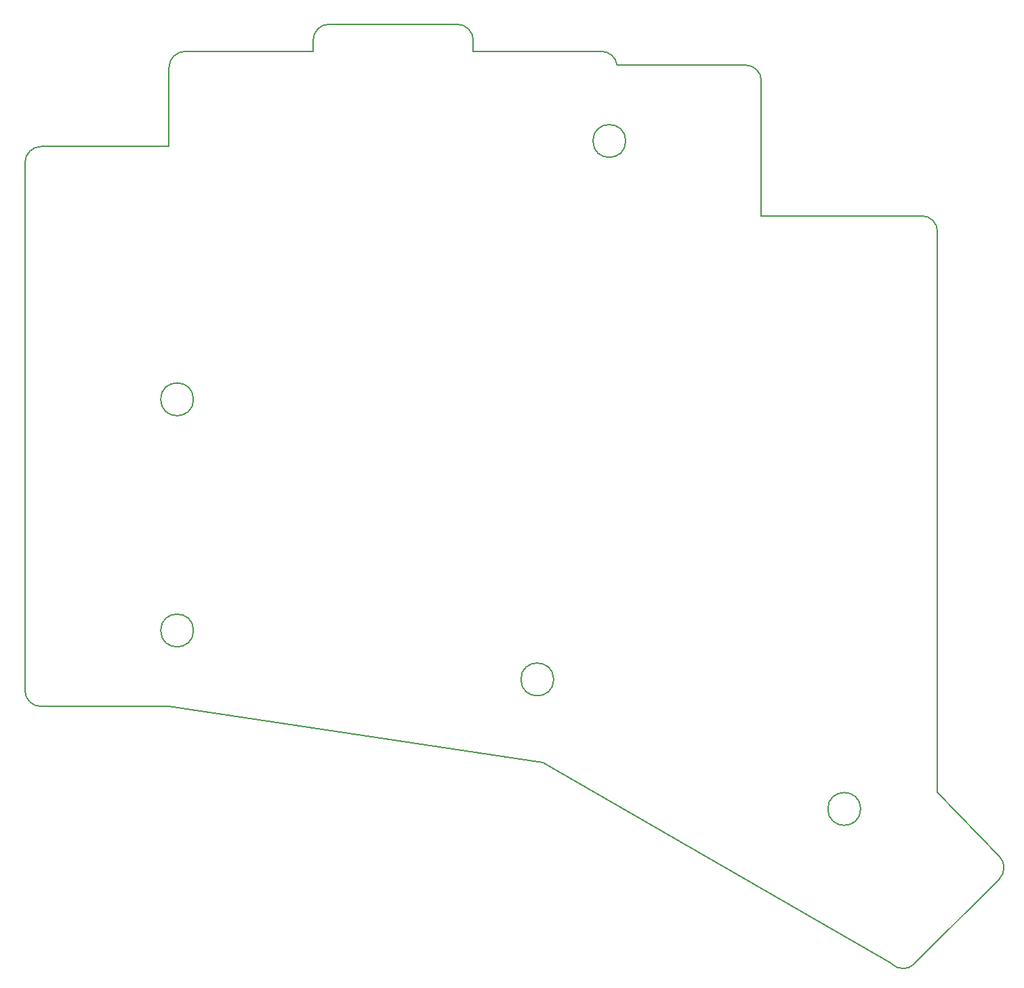
<source format=gbr>
G04 #@! TF.GenerationSoftware,KiCad,Pcbnew,5.1.5+dfsg1-2build2*
G04 #@! TF.CreationDate,2024-05-28T11:23:48+00:00*
G04 #@! TF.ProjectId,board,626f6172-642e-46b6-9963-61645f706362,0.3*
G04 #@! TF.SameCoordinates,Original*
G04 #@! TF.FileFunction,Profile,NP*
%FSLAX46Y46*%
G04 Gerber Fmt 4.6, Leading zero omitted, Abs format (unit mm)*
G04 Created by KiCad (PCBNEW 5.1.5+dfsg1-2build2) date 2024-05-28 11:23:48*
%MOMM*%
%LPD*%
G04 APERTURE LIST*
G04 #@! TA.AperFunction,Profile*
%ADD10C,0.150000*%
G04 #@! TD*
G04 APERTURE END LIST*
D10*
X-8000000Y-9500000D02*
X8000000Y-9500000D01*
X-10000000Y-7500000D02*
X-10000000Y58500000D01*
X-8000000Y-9500000D02*
G75*
G02X-10000000Y-7500000I0J2000000D01*
G01*
X8000000Y60500000D02*
X-8000000Y60500000D01*
X-10000000Y58500000D02*
G75*
G02X-8000000Y60500000I2000000J0D01*
G01*
X26000000Y72400000D02*
X10000000Y72400000D01*
X8000000Y70400000D02*
G75*
G02X10000000Y72400000I2000000J0D01*
G01*
X8000000Y70400000D02*
X8000000Y60500000D01*
X46000000Y72400000D02*
X46000000Y73800000D01*
X44000000Y75800000D02*
G75*
G02X46000000Y73800000I0J-2000000D01*
G01*
X44000000Y75800000D02*
X28000000Y75800000D01*
X26000000Y73800000D02*
G75*
G02X28000000Y75800000I2000000J0D01*
G01*
X26000000Y73800000D02*
X26000000Y72400000D01*
X62000000Y72400000D02*
G75*
G02X63977391Y70699872I0J-2000000D01*
G01*
X62000000Y72400000D02*
X46000000Y72400000D01*
X82000000Y51850000D02*
X82000000Y68700000D01*
X80000000Y70700000D02*
G75*
G02X82000000Y68700000I0J-2000000D01*
G01*
X80000000Y70700000D02*
X64000000Y70700000D01*
X63977391Y70699872D02*
G75*
G02X64000000Y70700000I22609J-1999872D01*
G01*
X101117258Y-41686664D02*
G75*
G02X98288831Y-41686665I-1414214J1414213D01*
G01*
X101117258Y-41686665D02*
X111723860Y-31080063D01*
X111723859Y-28251637D02*
G75*
G02X111723859Y-31080063I-1414213J-1414213D01*
G01*
X104000000Y-20208734D02*
X111723860Y-28251636D01*
X98288831Y-41686665D02*
X54707107Y-16524745D01*
X54707107Y-16524745D02*
X8000000Y-9500000D01*
X104000000Y-20208734D02*
X104000000Y49850000D01*
X102000000Y51850000D02*
G75*
G02X104000000Y49850000I0J-2000000D01*
G01*
X102000000Y51850000D02*
X82000000Y51850000D01*
X11050000Y28900000D02*
G75*
G03X11050000Y28900000I-2050000J0D01*
G01*
X11050000Y0D02*
G75*
G03X11050000Y0I-2050000J0D01*
G01*
X65050000Y61200000D02*
G75*
G03X65050000Y61200000I-2050000J0D01*
G01*
X56050000Y-6120000D02*
G75*
G03X56050000Y-6120000I-2050000J0D01*
G01*
X94399134Y-22311939D02*
G75*
G03X94399134Y-22311939I-2050000J0D01*
G01*
M02*

</source>
